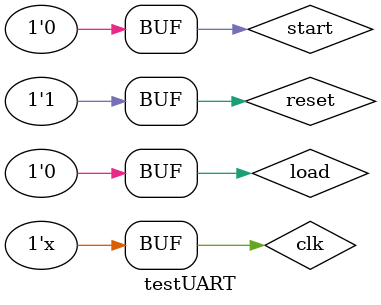
<source format=v>
`timescale 1ns / 1ps


module testUART;

	// Inputs
	reg clk;
	reg reset;
	reg load;
	reg start;

	// Outputs
	wire serialo;

	// Instantiate the Unit Under Test (UUT)
	UARTmodule uut (
		.clk(clk), 
		.reset(reset), 
		.load(load), 
		.start(start), 
		.serialo(serialo)
	);
	
	always #5 clk=!clk;
	initial begin
		// Initialize Inputs
		clk = 0;
		reset = 1;
		load = 0;
		start = 0;

		// Wait 100 ns for global reset to finish
		#100;
		reset=0;
		#20
		reset=1;
		#10
		load=1;
		#10
		load=0;
		#10
		start=1;
		#10
		start=0;
		#276447232;
        
		// Add stimulus here

	end
      
endmodule


</source>
